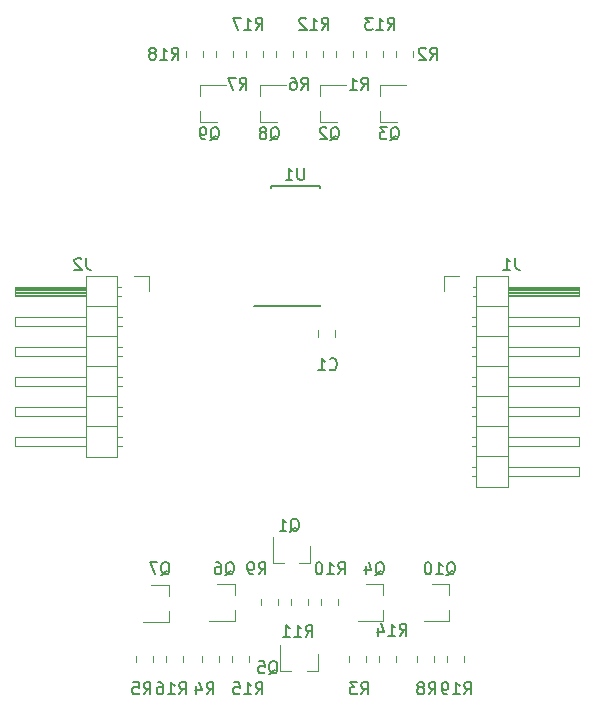
<source format=gbr>
G04 #@! TF.GenerationSoftware,KiCad,Pcbnew,(5.1.0)-1*
G04 #@! TF.CreationDate,2020-01-26T20:33:10+01:00*
G04 #@! TF.ProjectId,Huge7SegDisplay,48756765-3753-4656-9744-6973706c6179,rev?*
G04 #@! TF.SameCoordinates,Original*
G04 #@! TF.FileFunction,Legend,Bot*
G04 #@! TF.FilePolarity,Positive*
%FSLAX46Y46*%
G04 Gerber Fmt 4.6, Leading zero omitted, Abs format (unit mm)*
G04 Created by KiCad (PCBNEW (5.1.0)-1) date 2020-01-26 20:33:10*
%MOMM*%
%LPD*%
G04 APERTURE LIST*
%ADD10C,0.120000*%
%ADD11C,0.150000*%
G04 APERTURE END LIST*
D10*
X88900000Y-90170000D02*
X87630000Y-90170000D01*
X88900000Y-91440000D02*
X88900000Y-90170000D01*
X86587071Y-104520000D02*
X86190000Y-104520000D01*
X86587071Y-103760000D02*
X86190000Y-103760000D01*
X77530000Y-104520000D02*
X83530000Y-104520000D01*
X77530000Y-103760000D02*
X77530000Y-104520000D01*
X83530000Y-103760000D02*
X77530000Y-103760000D01*
X86190000Y-102870000D02*
X83530000Y-102870000D01*
X86587071Y-101980000D02*
X86190000Y-101980000D01*
X86587071Y-101220000D02*
X86190000Y-101220000D01*
X77530000Y-101980000D02*
X83530000Y-101980000D01*
X77530000Y-101220000D02*
X77530000Y-101980000D01*
X83530000Y-101220000D02*
X77530000Y-101220000D01*
X86190000Y-100330000D02*
X83530000Y-100330000D01*
X86587071Y-99440000D02*
X86190000Y-99440000D01*
X86587071Y-98680000D02*
X86190000Y-98680000D01*
X77530000Y-99440000D02*
X83530000Y-99440000D01*
X77530000Y-98680000D02*
X77530000Y-99440000D01*
X83530000Y-98680000D02*
X77530000Y-98680000D01*
X86190000Y-97790000D02*
X83530000Y-97790000D01*
X86587071Y-96900000D02*
X86190000Y-96900000D01*
X86587071Y-96140000D02*
X86190000Y-96140000D01*
X77530000Y-96900000D02*
X83530000Y-96900000D01*
X77530000Y-96140000D02*
X77530000Y-96900000D01*
X83530000Y-96140000D02*
X77530000Y-96140000D01*
X86190000Y-95250000D02*
X83530000Y-95250000D01*
X86587071Y-94360000D02*
X86190000Y-94360000D01*
X86587071Y-93600000D02*
X86190000Y-93600000D01*
X77530000Y-94360000D02*
X83530000Y-94360000D01*
X77530000Y-93600000D02*
X77530000Y-94360000D01*
X83530000Y-93600000D02*
X77530000Y-93600000D01*
X86190000Y-92710000D02*
X83530000Y-92710000D01*
X86520000Y-91820000D02*
X86190000Y-91820000D01*
X86520000Y-91060000D02*
X86190000Y-91060000D01*
X83530000Y-91720000D02*
X77530000Y-91720000D01*
X83530000Y-91600000D02*
X77530000Y-91600000D01*
X83530000Y-91480000D02*
X77530000Y-91480000D01*
X83530000Y-91360000D02*
X77530000Y-91360000D01*
X83530000Y-91240000D02*
X77530000Y-91240000D01*
X83530000Y-91120000D02*
X77530000Y-91120000D01*
X77530000Y-91820000D02*
X83530000Y-91820000D01*
X77530000Y-91060000D02*
X77530000Y-91820000D01*
X83530000Y-91060000D02*
X77530000Y-91060000D01*
X83530000Y-90110000D02*
X86190000Y-90110000D01*
X83530000Y-105470000D02*
X83530000Y-90110000D01*
X86190000Y-105470000D02*
X83530000Y-105470000D01*
X86190000Y-90110000D02*
X86190000Y-105470000D01*
X116610000Y-90110000D02*
X116610000Y-108010000D01*
X116610000Y-108010000D02*
X119270000Y-108010000D01*
X119270000Y-108010000D02*
X119270000Y-90110000D01*
X119270000Y-90110000D02*
X116610000Y-90110000D01*
X119270000Y-91060000D02*
X125270000Y-91060000D01*
X125270000Y-91060000D02*
X125270000Y-91820000D01*
X125270000Y-91820000D02*
X119270000Y-91820000D01*
X119270000Y-91120000D02*
X125270000Y-91120000D01*
X119270000Y-91240000D02*
X125270000Y-91240000D01*
X119270000Y-91360000D02*
X125270000Y-91360000D01*
X119270000Y-91480000D02*
X125270000Y-91480000D01*
X119270000Y-91600000D02*
X125270000Y-91600000D01*
X119270000Y-91720000D02*
X125270000Y-91720000D01*
X116280000Y-91060000D02*
X116610000Y-91060000D01*
X116280000Y-91820000D02*
X116610000Y-91820000D01*
X116610000Y-92710000D02*
X119270000Y-92710000D01*
X119270000Y-93600000D02*
X125270000Y-93600000D01*
X125270000Y-93600000D02*
X125270000Y-94360000D01*
X125270000Y-94360000D02*
X119270000Y-94360000D01*
X116212929Y-93600000D02*
X116610000Y-93600000D01*
X116212929Y-94360000D02*
X116610000Y-94360000D01*
X116610000Y-95250000D02*
X119270000Y-95250000D01*
X119270000Y-96140000D02*
X125270000Y-96140000D01*
X125270000Y-96140000D02*
X125270000Y-96900000D01*
X125270000Y-96900000D02*
X119270000Y-96900000D01*
X116212929Y-96140000D02*
X116610000Y-96140000D01*
X116212929Y-96900000D02*
X116610000Y-96900000D01*
X116610000Y-97790000D02*
X119270000Y-97790000D01*
X119270000Y-98680000D02*
X125270000Y-98680000D01*
X125270000Y-98680000D02*
X125270000Y-99440000D01*
X125270000Y-99440000D02*
X119270000Y-99440000D01*
X116212929Y-98680000D02*
X116610000Y-98680000D01*
X116212929Y-99440000D02*
X116610000Y-99440000D01*
X116610000Y-100330000D02*
X119270000Y-100330000D01*
X119270000Y-101220000D02*
X125270000Y-101220000D01*
X125270000Y-101220000D02*
X125270000Y-101980000D01*
X125270000Y-101980000D02*
X119270000Y-101980000D01*
X116212929Y-101220000D02*
X116610000Y-101220000D01*
X116212929Y-101980000D02*
X116610000Y-101980000D01*
X116610000Y-102870000D02*
X119270000Y-102870000D01*
X119270000Y-103760000D02*
X125270000Y-103760000D01*
X125270000Y-103760000D02*
X125270000Y-104520000D01*
X125270000Y-104520000D02*
X119270000Y-104520000D01*
X116212929Y-103760000D02*
X116610000Y-103760000D01*
X116212929Y-104520000D02*
X116610000Y-104520000D01*
X116610000Y-105410000D02*
X119270000Y-105410000D01*
X119270000Y-106300000D02*
X125270000Y-106300000D01*
X125270000Y-106300000D02*
X125270000Y-107060000D01*
X125270000Y-107060000D02*
X119270000Y-107060000D01*
X116212929Y-106300000D02*
X116610000Y-106300000D01*
X116212929Y-107060000D02*
X116610000Y-107060000D01*
X113900000Y-91440000D02*
X113900000Y-90170000D01*
X113900000Y-90170000D02*
X115170000Y-90170000D01*
X97080000Y-71626252D02*
X97080000Y-71103748D01*
X98500000Y-71626252D02*
X98500000Y-71103748D01*
D11*
X99195000Y-92680000D02*
X97820000Y-92680000D01*
X99195000Y-82555000D02*
X103345000Y-82555000D01*
X99195000Y-92705000D02*
X103345000Y-92705000D01*
X99195000Y-82555000D02*
X99195000Y-82660000D01*
X103345000Y-82555000D02*
X103345000Y-82660000D01*
X103345000Y-92705000D02*
X103345000Y-92600000D01*
X99195000Y-92705000D02*
X99195000Y-92680000D01*
D10*
X115518000Y-122293748D02*
X115518000Y-122816252D01*
X114098000Y-122293748D02*
X114098000Y-122816252D01*
X92000000Y-71626252D02*
X92000000Y-71103748D01*
X93420000Y-71626252D02*
X93420000Y-71103748D01*
X91769000Y-122293748D02*
X91769000Y-122816252D01*
X90349000Y-122293748D02*
X90349000Y-122816252D01*
X97357000Y-122293748D02*
X97357000Y-122816252D01*
X95937000Y-122293748D02*
X95937000Y-122816252D01*
X109803000Y-122293748D02*
X109803000Y-122816252D01*
X108383000Y-122293748D02*
X108383000Y-122816252D01*
X107240000Y-71626252D02*
X107240000Y-71103748D01*
X108660000Y-71626252D02*
X108660000Y-71103748D01*
X102160000Y-71626252D02*
X102160000Y-71103748D01*
X103580000Y-71626252D02*
X103580000Y-71103748D01*
X100890000Y-117981252D02*
X100890000Y-117458748D01*
X102310000Y-117981252D02*
X102310000Y-117458748D01*
X103430000Y-117981252D02*
X103430000Y-117458748D01*
X104850000Y-117981252D02*
X104850000Y-117458748D01*
X99770000Y-117458748D02*
X99770000Y-117981252D01*
X98350000Y-117458748D02*
X98350000Y-117981252D01*
X112978000Y-122293748D02*
X112978000Y-122816252D01*
X111558000Y-122293748D02*
X111558000Y-122816252D01*
X94540000Y-71626252D02*
X94540000Y-71103748D01*
X95960000Y-71626252D02*
X95960000Y-71103748D01*
X99620000Y-71626252D02*
X99620000Y-71103748D01*
X101040000Y-71626252D02*
X101040000Y-71103748D01*
X89229000Y-122293748D02*
X89229000Y-122816252D01*
X87809000Y-122293748D02*
X87809000Y-122816252D01*
X94817000Y-122293748D02*
X94817000Y-122816252D01*
X93397000Y-122293748D02*
X93397000Y-122816252D01*
X107263000Y-122293748D02*
X107263000Y-122816252D01*
X105843000Y-122293748D02*
X105843000Y-122816252D01*
X109780000Y-71626252D02*
X109780000Y-71103748D01*
X111200000Y-71626252D02*
X111200000Y-71103748D01*
X106120000Y-71626252D02*
X106120000Y-71103748D01*
X104700000Y-71626252D02*
X104700000Y-71103748D01*
X114298000Y-116215000D02*
X112838000Y-116215000D01*
X114298000Y-119375000D02*
X112138000Y-119375000D01*
X114298000Y-119375000D02*
X114298000Y-118445000D01*
X114298000Y-116215000D02*
X114298000Y-117145000D01*
X93220000Y-77145000D02*
X94680000Y-77145000D01*
X93220000Y-73985000D02*
X95380000Y-73985000D01*
X93220000Y-73985000D02*
X93220000Y-74915000D01*
X93220000Y-77145000D02*
X93220000Y-76215000D01*
X98300000Y-77145000D02*
X99760000Y-77145000D01*
X98300000Y-73985000D02*
X100460000Y-73985000D01*
X98300000Y-73985000D02*
X98300000Y-74915000D01*
X98300000Y-77145000D02*
X98300000Y-76215000D01*
X90549000Y-116276000D02*
X89089000Y-116276000D01*
X90549000Y-119436000D02*
X88389000Y-119436000D01*
X90549000Y-119436000D02*
X90549000Y-118506000D01*
X90549000Y-116276000D02*
X90549000Y-117206000D01*
X96137000Y-116215000D02*
X94677000Y-116215000D01*
X96137000Y-119375000D02*
X93977000Y-119375000D01*
X96137000Y-119375000D02*
X96137000Y-118445000D01*
X96137000Y-116215000D02*
X96137000Y-117145000D01*
X103180000Y-123585000D02*
X103180000Y-122125000D01*
X100020000Y-123585000D02*
X100020000Y-121425000D01*
X100020000Y-123585000D02*
X100950000Y-123585000D01*
X103180000Y-123585000D02*
X102250000Y-123585000D01*
X108710000Y-116215000D02*
X107250000Y-116215000D01*
X108710000Y-119375000D02*
X106550000Y-119375000D01*
X108710000Y-119375000D02*
X108710000Y-118445000D01*
X108710000Y-116215000D02*
X108710000Y-117145000D01*
X108460000Y-77145000D02*
X109920000Y-77145000D01*
X108460000Y-73985000D02*
X110620000Y-73985000D01*
X108460000Y-73985000D02*
X108460000Y-74915000D01*
X108460000Y-77145000D02*
X108460000Y-76215000D01*
X103380000Y-77145000D02*
X104840000Y-77145000D01*
X103380000Y-73985000D02*
X105540000Y-73985000D01*
X103380000Y-73985000D02*
X103380000Y-74915000D01*
X103380000Y-77145000D02*
X103380000Y-76215000D01*
X102545000Y-114425000D02*
X102545000Y-112965000D01*
X99385000Y-114425000D02*
X99385000Y-112265000D01*
X99385000Y-114425000D02*
X100315000Y-114425000D01*
X102545000Y-114425000D02*
X101615000Y-114425000D01*
X103230000Y-94743748D02*
X103230000Y-95266252D01*
X104650000Y-94743748D02*
X104650000Y-95266252D01*
D11*
X83578333Y-88622380D02*
X83578333Y-89336666D01*
X83625952Y-89479523D01*
X83721190Y-89574761D01*
X83864047Y-89622380D01*
X83959285Y-89622380D01*
X83149761Y-88717619D02*
X83102142Y-88670000D01*
X83006904Y-88622380D01*
X82768809Y-88622380D01*
X82673571Y-88670000D01*
X82625952Y-88717619D01*
X82578333Y-88812857D01*
X82578333Y-88908095D01*
X82625952Y-89050952D01*
X83197380Y-89622380D01*
X82578333Y-89622380D01*
X119888333Y-88622380D02*
X119888333Y-89336666D01*
X119935952Y-89479523D01*
X120031190Y-89574761D01*
X120174047Y-89622380D01*
X120269285Y-89622380D01*
X118888333Y-89622380D02*
X119459761Y-89622380D01*
X119174047Y-89622380D02*
X119174047Y-88622380D01*
X119269285Y-88765238D01*
X119364523Y-88860476D01*
X119459761Y-88908095D01*
X97924857Y-69286380D02*
X98258190Y-68810190D01*
X98496285Y-69286380D02*
X98496285Y-68286380D01*
X98115333Y-68286380D01*
X98020095Y-68334000D01*
X97972476Y-68381619D01*
X97924857Y-68476857D01*
X97924857Y-68619714D01*
X97972476Y-68714952D01*
X98020095Y-68762571D01*
X98115333Y-68810190D01*
X98496285Y-68810190D01*
X96972476Y-69286380D02*
X97543904Y-69286380D01*
X97258190Y-69286380D02*
X97258190Y-68286380D01*
X97353428Y-68429238D01*
X97448666Y-68524476D01*
X97543904Y-68572095D01*
X96639142Y-68286380D02*
X95972476Y-68286380D01*
X96401047Y-69286380D01*
X102031904Y-80986380D02*
X102031904Y-81795904D01*
X101984285Y-81891142D01*
X101936666Y-81938761D01*
X101841428Y-81986380D01*
X101650952Y-81986380D01*
X101555714Y-81938761D01*
X101508095Y-81891142D01*
X101460476Y-81795904D01*
X101460476Y-80986380D01*
X100460476Y-81986380D02*
X101031904Y-81986380D01*
X100746190Y-81986380D02*
X100746190Y-80986380D01*
X100841428Y-81129238D01*
X100936666Y-81224476D01*
X101031904Y-81272095D01*
X115577857Y-125547380D02*
X115911190Y-125071190D01*
X116149285Y-125547380D02*
X116149285Y-124547380D01*
X115768333Y-124547380D01*
X115673095Y-124595000D01*
X115625476Y-124642619D01*
X115577857Y-124737857D01*
X115577857Y-124880714D01*
X115625476Y-124975952D01*
X115673095Y-125023571D01*
X115768333Y-125071190D01*
X116149285Y-125071190D01*
X114625476Y-125547380D02*
X115196904Y-125547380D01*
X114911190Y-125547380D02*
X114911190Y-124547380D01*
X115006428Y-124690238D01*
X115101666Y-124785476D01*
X115196904Y-124833095D01*
X114149285Y-125547380D02*
X113958809Y-125547380D01*
X113863571Y-125499761D01*
X113815952Y-125452142D01*
X113720714Y-125309285D01*
X113673095Y-125118809D01*
X113673095Y-124737857D01*
X113720714Y-124642619D01*
X113768333Y-124595000D01*
X113863571Y-124547380D01*
X114054047Y-124547380D01*
X114149285Y-124595000D01*
X114196904Y-124642619D01*
X114244523Y-124737857D01*
X114244523Y-124975952D01*
X114196904Y-125071190D01*
X114149285Y-125118809D01*
X114054047Y-125166428D01*
X113863571Y-125166428D01*
X113768333Y-125118809D01*
X113720714Y-125071190D01*
X113673095Y-124975952D01*
X90812857Y-71826380D02*
X91146190Y-71350190D01*
X91384285Y-71826380D02*
X91384285Y-70826380D01*
X91003333Y-70826380D01*
X90908095Y-70874000D01*
X90860476Y-70921619D01*
X90812857Y-71016857D01*
X90812857Y-71159714D01*
X90860476Y-71254952D01*
X90908095Y-71302571D01*
X91003333Y-71350190D01*
X91384285Y-71350190D01*
X89860476Y-71826380D02*
X90431904Y-71826380D01*
X90146190Y-71826380D02*
X90146190Y-70826380D01*
X90241428Y-70969238D01*
X90336666Y-71064476D01*
X90431904Y-71112095D01*
X89289047Y-71254952D02*
X89384285Y-71207333D01*
X89431904Y-71159714D01*
X89479523Y-71064476D01*
X89479523Y-71016857D01*
X89431904Y-70921619D01*
X89384285Y-70874000D01*
X89289047Y-70826380D01*
X89098571Y-70826380D01*
X89003333Y-70874000D01*
X88955714Y-70921619D01*
X88908095Y-71016857D01*
X88908095Y-71064476D01*
X88955714Y-71159714D01*
X89003333Y-71207333D01*
X89098571Y-71254952D01*
X89289047Y-71254952D01*
X89384285Y-71302571D01*
X89431904Y-71350190D01*
X89479523Y-71445428D01*
X89479523Y-71635904D01*
X89431904Y-71731142D01*
X89384285Y-71778761D01*
X89289047Y-71826380D01*
X89098571Y-71826380D01*
X89003333Y-71778761D01*
X88955714Y-71731142D01*
X88908095Y-71635904D01*
X88908095Y-71445428D01*
X88955714Y-71350190D01*
X89003333Y-71302571D01*
X89098571Y-71254952D01*
X91447857Y-125547380D02*
X91781190Y-125071190D01*
X92019285Y-125547380D02*
X92019285Y-124547380D01*
X91638333Y-124547380D01*
X91543095Y-124595000D01*
X91495476Y-124642619D01*
X91447857Y-124737857D01*
X91447857Y-124880714D01*
X91495476Y-124975952D01*
X91543095Y-125023571D01*
X91638333Y-125071190D01*
X92019285Y-125071190D01*
X90495476Y-125547380D02*
X91066904Y-125547380D01*
X90781190Y-125547380D02*
X90781190Y-124547380D01*
X90876428Y-124690238D01*
X90971666Y-124785476D01*
X91066904Y-124833095D01*
X89638333Y-124547380D02*
X89828809Y-124547380D01*
X89924047Y-124595000D01*
X89971666Y-124642619D01*
X90066904Y-124785476D01*
X90114523Y-124975952D01*
X90114523Y-125356904D01*
X90066904Y-125452142D01*
X90019285Y-125499761D01*
X89924047Y-125547380D01*
X89733571Y-125547380D01*
X89638333Y-125499761D01*
X89590714Y-125452142D01*
X89543095Y-125356904D01*
X89543095Y-125118809D01*
X89590714Y-125023571D01*
X89638333Y-124975952D01*
X89733571Y-124928333D01*
X89924047Y-124928333D01*
X90019285Y-124975952D01*
X90066904Y-125023571D01*
X90114523Y-125118809D01*
X97924857Y-125547380D02*
X98258190Y-125071190D01*
X98496285Y-125547380D02*
X98496285Y-124547380D01*
X98115333Y-124547380D01*
X98020095Y-124595000D01*
X97972476Y-124642619D01*
X97924857Y-124737857D01*
X97924857Y-124880714D01*
X97972476Y-124975952D01*
X98020095Y-125023571D01*
X98115333Y-125071190D01*
X98496285Y-125071190D01*
X96972476Y-125547380D02*
X97543904Y-125547380D01*
X97258190Y-125547380D02*
X97258190Y-124547380D01*
X97353428Y-124690238D01*
X97448666Y-124785476D01*
X97543904Y-124833095D01*
X96067714Y-124547380D02*
X96543904Y-124547380D01*
X96591523Y-125023571D01*
X96543904Y-124975952D01*
X96448666Y-124928333D01*
X96210571Y-124928333D01*
X96115333Y-124975952D01*
X96067714Y-125023571D01*
X96020095Y-125118809D01*
X96020095Y-125356904D01*
X96067714Y-125452142D01*
X96115333Y-125499761D01*
X96210571Y-125547380D01*
X96448666Y-125547380D01*
X96543904Y-125499761D01*
X96591523Y-125452142D01*
X110116857Y-120594380D02*
X110450190Y-120118190D01*
X110688285Y-120594380D02*
X110688285Y-119594380D01*
X110307333Y-119594380D01*
X110212095Y-119642000D01*
X110164476Y-119689619D01*
X110116857Y-119784857D01*
X110116857Y-119927714D01*
X110164476Y-120022952D01*
X110212095Y-120070571D01*
X110307333Y-120118190D01*
X110688285Y-120118190D01*
X109164476Y-120594380D02*
X109735904Y-120594380D01*
X109450190Y-120594380D02*
X109450190Y-119594380D01*
X109545428Y-119737238D01*
X109640666Y-119832476D01*
X109735904Y-119880095D01*
X108307333Y-119927714D02*
X108307333Y-120594380D01*
X108545428Y-119546761D02*
X108783523Y-120261047D01*
X108164476Y-120261047D01*
X109100857Y-69286380D02*
X109434190Y-68810190D01*
X109672285Y-69286380D02*
X109672285Y-68286380D01*
X109291333Y-68286380D01*
X109196095Y-68334000D01*
X109148476Y-68381619D01*
X109100857Y-68476857D01*
X109100857Y-68619714D01*
X109148476Y-68714952D01*
X109196095Y-68762571D01*
X109291333Y-68810190D01*
X109672285Y-68810190D01*
X108148476Y-69286380D02*
X108719904Y-69286380D01*
X108434190Y-69286380D02*
X108434190Y-68286380D01*
X108529428Y-68429238D01*
X108624666Y-68524476D01*
X108719904Y-68572095D01*
X107815142Y-68286380D02*
X107196095Y-68286380D01*
X107529428Y-68667333D01*
X107386571Y-68667333D01*
X107291333Y-68714952D01*
X107243714Y-68762571D01*
X107196095Y-68857809D01*
X107196095Y-69095904D01*
X107243714Y-69191142D01*
X107291333Y-69238761D01*
X107386571Y-69286380D01*
X107672285Y-69286380D01*
X107767523Y-69238761D01*
X107815142Y-69191142D01*
X103512857Y-69286380D02*
X103846190Y-68810190D01*
X104084285Y-69286380D02*
X104084285Y-68286380D01*
X103703333Y-68286380D01*
X103608095Y-68334000D01*
X103560476Y-68381619D01*
X103512857Y-68476857D01*
X103512857Y-68619714D01*
X103560476Y-68714952D01*
X103608095Y-68762571D01*
X103703333Y-68810190D01*
X104084285Y-68810190D01*
X102560476Y-69286380D02*
X103131904Y-69286380D01*
X102846190Y-69286380D02*
X102846190Y-68286380D01*
X102941428Y-68429238D01*
X103036666Y-68524476D01*
X103131904Y-68572095D01*
X102179523Y-68381619D02*
X102131904Y-68334000D01*
X102036666Y-68286380D01*
X101798571Y-68286380D01*
X101703333Y-68334000D01*
X101655714Y-68381619D01*
X101608095Y-68476857D01*
X101608095Y-68572095D01*
X101655714Y-68714952D01*
X102227142Y-69286380D01*
X101608095Y-69286380D01*
X102142857Y-120702380D02*
X102476190Y-120226190D01*
X102714285Y-120702380D02*
X102714285Y-119702380D01*
X102333333Y-119702380D01*
X102238095Y-119750000D01*
X102190476Y-119797619D01*
X102142857Y-119892857D01*
X102142857Y-120035714D01*
X102190476Y-120130952D01*
X102238095Y-120178571D01*
X102333333Y-120226190D01*
X102714285Y-120226190D01*
X101190476Y-120702380D02*
X101761904Y-120702380D01*
X101476190Y-120702380D02*
X101476190Y-119702380D01*
X101571428Y-119845238D01*
X101666666Y-119940476D01*
X101761904Y-119988095D01*
X100238095Y-120702380D02*
X100809523Y-120702380D01*
X100523809Y-120702380D02*
X100523809Y-119702380D01*
X100619047Y-119845238D01*
X100714285Y-119940476D01*
X100809523Y-119988095D01*
X104892857Y-115387380D02*
X105226190Y-114911190D01*
X105464285Y-115387380D02*
X105464285Y-114387380D01*
X105083333Y-114387380D01*
X104988095Y-114435000D01*
X104940476Y-114482619D01*
X104892857Y-114577857D01*
X104892857Y-114720714D01*
X104940476Y-114815952D01*
X104988095Y-114863571D01*
X105083333Y-114911190D01*
X105464285Y-114911190D01*
X103940476Y-115387380D02*
X104511904Y-115387380D01*
X104226190Y-115387380D02*
X104226190Y-114387380D01*
X104321428Y-114530238D01*
X104416666Y-114625476D01*
X104511904Y-114673095D01*
X103321428Y-114387380D02*
X103226190Y-114387380D01*
X103130952Y-114435000D01*
X103083333Y-114482619D01*
X103035714Y-114577857D01*
X102988095Y-114768333D01*
X102988095Y-115006428D01*
X103035714Y-115196904D01*
X103083333Y-115292142D01*
X103130952Y-115339761D01*
X103226190Y-115387380D01*
X103321428Y-115387380D01*
X103416666Y-115339761D01*
X103464285Y-115292142D01*
X103511904Y-115196904D01*
X103559523Y-115006428D01*
X103559523Y-114768333D01*
X103511904Y-114577857D01*
X103464285Y-114482619D01*
X103416666Y-114435000D01*
X103321428Y-114387380D01*
X98166666Y-115387380D02*
X98500000Y-114911190D01*
X98738095Y-115387380D02*
X98738095Y-114387380D01*
X98357142Y-114387380D01*
X98261904Y-114435000D01*
X98214285Y-114482619D01*
X98166666Y-114577857D01*
X98166666Y-114720714D01*
X98214285Y-114815952D01*
X98261904Y-114863571D01*
X98357142Y-114911190D01*
X98738095Y-114911190D01*
X97690476Y-115387380D02*
X97500000Y-115387380D01*
X97404761Y-115339761D01*
X97357142Y-115292142D01*
X97261904Y-115149285D01*
X97214285Y-114958809D01*
X97214285Y-114577857D01*
X97261904Y-114482619D01*
X97309523Y-114435000D01*
X97404761Y-114387380D01*
X97595238Y-114387380D01*
X97690476Y-114435000D01*
X97738095Y-114482619D01*
X97785714Y-114577857D01*
X97785714Y-114815952D01*
X97738095Y-114911190D01*
X97690476Y-114958809D01*
X97595238Y-115006428D01*
X97404761Y-115006428D01*
X97309523Y-114958809D01*
X97261904Y-114911190D01*
X97214285Y-114815952D01*
X112561666Y-125547380D02*
X112895000Y-125071190D01*
X113133095Y-125547380D02*
X113133095Y-124547380D01*
X112752142Y-124547380D01*
X112656904Y-124595000D01*
X112609285Y-124642619D01*
X112561666Y-124737857D01*
X112561666Y-124880714D01*
X112609285Y-124975952D01*
X112656904Y-125023571D01*
X112752142Y-125071190D01*
X113133095Y-125071190D01*
X111990238Y-124975952D02*
X112085476Y-124928333D01*
X112133095Y-124880714D01*
X112180714Y-124785476D01*
X112180714Y-124737857D01*
X112133095Y-124642619D01*
X112085476Y-124595000D01*
X111990238Y-124547380D01*
X111799761Y-124547380D01*
X111704523Y-124595000D01*
X111656904Y-124642619D01*
X111609285Y-124737857D01*
X111609285Y-124785476D01*
X111656904Y-124880714D01*
X111704523Y-124928333D01*
X111799761Y-124975952D01*
X111990238Y-124975952D01*
X112085476Y-125023571D01*
X112133095Y-125071190D01*
X112180714Y-125166428D01*
X112180714Y-125356904D01*
X112133095Y-125452142D01*
X112085476Y-125499761D01*
X111990238Y-125547380D01*
X111799761Y-125547380D01*
X111704523Y-125499761D01*
X111656904Y-125452142D01*
X111609285Y-125356904D01*
X111609285Y-125166428D01*
X111656904Y-125071190D01*
X111704523Y-125023571D01*
X111799761Y-124975952D01*
X96559666Y-74366380D02*
X96893000Y-73890190D01*
X97131095Y-74366380D02*
X97131095Y-73366380D01*
X96750142Y-73366380D01*
X96654904Y-73414000D01*
X96607285Y-73461619D01*
X96559666Y-73556857D01*
X96559666Y-73699714D01*
X96607285Y-73794952D01*
X96654904Y-73842571D01*
X96750142Y-73890190D01*
X97131095Y-73890190D01*
X96226333Y-73366380D02*
X95559666Y-73366380D01*
X95988238Y-74366380D01*
X101766666Y-74366380D02*
X102100000Y-73890190D01*
X102338095Y-74366380D02*
X102338095Y-73366380D01*
X101957142Y-73366380D01*
X101861904Y-73414000D01*
X101814285Y-73461619D01*
X101766666Y-73556857D01*
X101766666Y-73699714D01*
X101814285Y-73794952D01*
X101861904Y-73842571D01*
X101957142Y-73890190D01*
X102338095Y-73890190D01*
X100909523Y-73366380D02*
X101100000Y-73366380D01*
X101195238Y-73414000D01*
X101242857Y-73461619D01*
X101338095Y-73604476D01*
X101385714Y-73794952D01*
X101385714Y-74175904D01*
X101338095Y-74271142D01*
X101290476Y-74318761D01*
X101195238Y-74366380D01*
X101004761Y-74366380D01*
X100909523Y-74318761D01*
X100861904Y-74271142D01*
X100814285Y-74175904D01*
X100814285Y-73937809D01*
X100861904Y-73842571D01*
X100909523Y-73794952D01*
X101004761Y-73747333D01*
X101195238Y-73747333D01*
X101290476Y-73794952D01*
X101338095Y-73842571D01*
X101385714Y-73937809D01*
X88431666Y-125547380D02*
X88765000Y-125071190D01*
X89003095Y-125547380D02*
X89003095Y-124547380D01*
X88622142Y-124547380D01*
X88526904Y-124595000D01*
X88479285Y-124642619D01*
X88431666Y-124737857D01*
X88431666Y-124880714D01*
X88479285Y-124975952D01*
X88526904Y-125023571D01*
X88622142Y-125071190D01*
X89003095Y-125071190D01*
X87526904Y-124547380D02*
X88003095Y-124547380D01*
X88050714Y-125023571D01*
X88003095Y-124975952D01*
X87907857Y-124928333D01*
X87669761Y-124928333D01*
X87574523Y-124975952D01*
X87526904Y-125023571D01*
X87479285Y-125118809D01*
X87479285Y-125356904D01*
X87526904Y-125452142D01*
X87574523Y-125499761D01*
X87669761Y-125547380D01*
X87907857Y-125547380D01*
X88003095Y-125499761D01*
X88050714Y-125452142D01*
X93765666Y-125547380D02*
X94099000Y-125071190D01*
X94337095Y-125547380D02*
X94337095Y-124547380D01*
X93956142Y-124547380D01*
X93860904Y-124595000D01*
X93813285Y-124642619D01*
X93765666Y-124737857D01*
X93765666Y-124880714D01*
X93813285Y-124975952D01*
X93860904Y-125023571D01*
X93956142Y-125071190D01*
X94337095Y-125071190D01*
X92908523Y-124880714D02*
X92908523Y-125547380D01*
X93146619Y-124499761D02*
X93384714Y-125214047D01*
X92765666Y-125214047D01*
X106846666Y-125547380D02*
X107180000Y-125071190D01*
X107418095Y-125547380D02*
X107418095Y-124547380D01*
X107037142Y-124547380D01*
X106941904Y-124595000D01*
X106894285Y-124642619D01*
X106846666Y-124737857D01*
X106846666Y-124880714D01*
X106894285Y-124975952D01*
X106941904Y-125023571D01*
X107037142Y-125071190D01*
X107418095Y-125071190D01*
X106513333Y-124547380D02*
X105894285Y-124547380D01*
X106227619Y-124928333D01*
X106084761Y-124928333D01*
X105989523Y-124975952D01*
X105941904Y-125023571D01*
X105894285Y-125118809D01*
X105894285Y-125356904D01*
X105941904Y-125452142D01*
X105989523Y-125499761D01*
X106084761Y-125547380D01*
X106370476Y-125547380D01*
X106465714Y-125499761D01*
X106513333Y-125452142D01*
X112688666Y-71826380D02*
X113022000Y-71350190D01*
X113260095Y-71826380D02*
X113260095Y-70826380D01*
X112879142Y-70826380D01*
X112783904Y-70874000D01*
X112736285Y-70921619D01*
X112688666Y-71016857D01*
X112688666Y-71159714D01*
X112736285Y-71254952D01*
X112783904Y-71302571D01*
X112879142Y-71350190D01*
X113260095Y-71350190D01*
X112307714Y-70921619D02*
X112260095Y-70874000D01*
X112164857Y-70826380D01*
X111926761Y-70826380D01*
X111831523Y-70874000D01*
X111783904Y-70921619D01*
X111736285Y-71016857D01*
X111736285Y-71112095D01*
X111783904Y-71254952D01*
X112355333Y-71826380D01*
X111736285Y-71826380D01*
X106846666Y-74366380D02*
X107180000Y-73890190D01*
X107418095Y-74366380D02*
X107418095Y-73366380D01*
X107037142Y-73366380D01*
X106941904Y-73414000D01*
X106894285Y-73461619D01*
X106846666Y-73556857D01*
X106846666Y-73699714D01*
X106894285Y-73794952D01*
X106941904Y-73842571D01*
X107037142Y-73890190D01*
X107418095Y-73890190D01*
X105894285Y-74366380D02*
X106465714Y-74366380D01*
X106180000Y-74366380D02*
X106180000Y-73366380D01*
X106275238Y-73509238D01*
X106370476Y-73604476D01*
X106465714Y-73652095D01*
X114071428Y-115482619D02*
X114166666Y-115435000D01*
X114261904Y-115339761D01*
X114404761Y-115196904D01*
X114500000Y-115149285D01*
X114595238Y-115149285D01*
X114547619Y-115387380D02*
X114642857Y-115339761D01*
X114738095Y-115244523D01*
X114785714Y-115054047D01*
X114785714Y-114720714D01*
X114738095Y-114530238D01*
X114642857Y-114435000D01*
X114547619Y-114387380D01*
X114357142Y-114387380D01*
X114261904Y-114435000D01*
X114166666Y-114530238D01*
X114119047Y-114720714D01*
X114119047Y-115054047D01*
X114166666Y-115244523D01*
X114261904Y-115339761D01*
X114357142Y-115387380D01*
X114547619Y-115387380D01*
X113166666Y-115387380D02*
X113738095Y-115387380D01*
X113452380Y-115387380D02*
X113452380Y-114387380D01*
X113547619Y-114530238D01*
X113642857Y-114625476D01*
X113738095Y-114673095D01*
X112547619Y-114387380D02*
X112452380Y-114387380D01*
X112357142Y-114435000D01*
X112309523Y-114482619D01*
X112261904Y-114577857D01*
X112214285Y-114768333D01*
X112214285Y-115006428D01*
X112261904Y-115196904D01*
X112309523Y-115292142D01*
X112357142Y-115339761D01*
X112452380Y-115387380D01*
X112547619Y-115387380D01*
X112642857Y-115339761D01*
X112690476Y-115292142D01*
X112738095Y-115196904D01*
X112785714Y-115006428D01*
X112785714Y-114768333D01*
X112738095Y-114577857D01*
X112690476Y-114482619D01*
X112642857Y-114435000D01*
X112547619Y-114387380D01*
X94075238Y-78652619D02*
X94170476Y-78605000D01*
X94265714Y-78509761D01*
X94408571Y-78366904D01*
X94503809Y-78319285D01*
X94599047Y-78319285D01*
X94551428Y-78557380D02*
X94646666Y-78509761D01*
X94741904Y-78414523D01*
X94789523Y-78224047D01*
X94789523Y-77890714D01*
X94741904Y-77700238D01*
X94646666Y-77605000D01*
X94551428Y-77557380D01*
X94360952Y-77557380D01*
X94265714Y-77605000D01*
X94170476Y-77700238D01*
X94122857Y-77890714D01*
X94122857Y-78224047D01*
X94170476Y-78414523D01*
X94265714Y-78509761D01*
X94360952Y-78557380D01*
X94551428Y-78557380D01*
X93646666Y-78557380D02*
X93456190Y-78557380D01*
X93360952Y-78509761D01*
X93313333Y-78462142D01*
X93218095Y-78319285D01*
X93170476Y-78128809D01*
X93170476Y-77747857D01*
X93218095Y-77652619D01*
X93265714Y-77605000D01*
X93360952Y-77557380D01*
X93551428Y-77557380D01*
X93646666Y-77605000D01*
X93694285Y-77652619D01*
X93741904Y-77747857D01*
X93741904Y-77985952D01*
X93694285Y-78081190D01*
X93646666Y-78128809D01*
X93551428Y-78176428D01*
X93360952Y-78176428D01*
X93265714Y-78128809D01*
X93218095Y-78081190D01*
X93170476Y-77985952D01*
X99155238Y-78652619D02*
X99250476Y-78605000D01*
X99345714Y-78509761D01*
X99488571Y-78366904D01*
X99583809Y-78319285D01*
X99679047Y-78319285D01*
X99631428Y-78557380D02*
X99726666Y-78509761D01*
X99821904Y-78414523D01*
X99869523Y-78224047D01*
X99869523Y-77890714D01*
X99821904Y-77700238D01*
X99726666Y-77605000D01*
X99631428Y-77557380D01*
X99440952Y-77557380D01*
X99345714Y-77605000D01*
X99250476Y-77700238D01*
X99202857Y-77890714D01*
X99202857Y-78224047D01*
X99250476Y-78414523D01*
X99345714Y-78509761D01*
X99440952Y-78557380D01*
X99631428Y-78557380D01*
X98631428Y-77985952D02*
X98726666Y-77938333D01*
X98774285Y-77890714D01*
X98821904Y-77795476D01*
X98821904Y-77747857D01*
X98774285Y-77652619D01*
X98726666Y-77605000D01*
X98631428Y-77557380D01*
X98440952Y-77557380D01*
X98345714Y-77605000D01*
X98298095Y-77652619D01*
X98250476Y-77747857D01*
X98250476Y-77795476D01*
X98298095Y-77890714D01*
X98345714Y-77938333D01*
X98440952Y-77985952D01*
X98631428Y-77985952D01*
X98726666Y-78033571D01*
X98774285Y-78081190D01*
X98821904Y-78176428D01*
X98821904Y-78366904D01*
X98774285Y-78462142D01*
X98726666Y-78509761D01*
X98631428Y-78557380D01*
X98440952Y-78557380D01*
X98345714Y-78509761D01*
X98298095Y-78462142D01*
X98250476Y-78366904D01*
X98250476Y-78176428D01*
X98298095Y-78081190D01*
X98345714Y-78033571D01*
X98440952Y-77985952D01*
X89884238Y-115482619D02*
X89979476Y-115435000D01*
X90074714Y-115339761D01*
X90217571Y-115196904D01*
X90312809Y-115149285D01*
X90408047Y-115149285D01*
X90360428Y-115387380D02*
X90455666Y-115339761D01*
X90550904Y-115244523D01*
X90598523Y-115054047D01*
X90598523Y-114720714D01*
X90550904Y-114530238D01*
X90455666Y-114435000D01*
X90360428Y-114387380D01*
X90169952Y-114387380D01*
X90074714Y-114435000D01*
X89979476Y-114530238D01*
X89931857Y-114720714D01*
X89931857Y-115054047D01*
X89979476Y-115244523D01*
X90074714Y-115339761D01*
X90169952Y-115387380D01*
X90360428Y-115387380D01*
X89598523Y-114387380D02*
X88931857Y-114387380D01*
X89360428Y-115387380D01*
X95345238Y-115482619D02*
X95440476Y-115435000D01*
X95535714Y-115339761D01*
X95678571Y-115196904D01*
X95773809Y-115149285D01*
X95869047Y-115149285D01*
X95821428Y-115387380D02*
X95916666Y-115339761D01*
X96011904Y-115244523D01*
X96059523Y-115054047D01*
X96059523Y-114720714D01*
X96011904Y-114530238D01*
X95916666Y-114435000D01*
X95821428Y-114387380D01*
X95630952Y-114387380D01*
X95535714Y-114435000D01*
X95440476Y-114530238D01*
X95392857Y-114720714D01*
X95392857Y-115054047D01*
X95440476Y-115244523D01*
X95535714Y-115339761D01*
X95630952Y-115387380D01*
X95821428Y-115387380D01*
X94535714Y-114387380D02*
X94726190Y-114387380D01*
X94821428Y-114435000D01*
X94869047Y-114482619D01*
X94964285Y-114625476D01*
X95011904Y-114815952D01*
X95011904Y-115196904D01*
X94964285Y-115292142D01*
X94916666Y-115339761D01*
X94821428Y-115387380D01*
X94630952Y-115387380D01*
X94535714Y-115339761D01*
X94488095Y-115292142D01*
X94440476Y-115196904D01*
X94440476Y-114958809D01*
X94488095Y-114863571D01*
X94535714Y-114815952D01*
X94630952Y-114768333D01*
X94821428Y-114768333D01*
X94916666Y-114815952D01*
X94964285Y-114863571D01*
X95011904Y-114958809D01*
X99028238Y-123864619D02*
X99123476Y-123817000D01*
X99218714Y-123721761D01*
X99361571Y-123578904D01*
X99456809Y-123531285D01*
X99552047Y-123531285D01*
X99504428Y-123769380D02*
X99599666Y-123721761D01*
X99694904Y-123626523D01*
X99742523Y-123436047D01*
X99742523Y-123102714D01*
X99694904Y-122912238D01*
X99599666Y-122817000D01*
X99504428Y-122769380D01*
X99313952Y-122769380D01*
X99218714Y-122817000D01*
X99123476Y-122912238D01*
X99075857Y-123102714D01*
X99075857Y-123436047D01*
X99123476Y-123626523D01*
X99218714Y-123721761D01*
X99313952Y-123769380D01*
X99504428Y-123769380D01*
X98171095Y-122769380D02*
X98647285Y-122769380D01*
X98694904Y-123245571D01*
X98647285Y-123197952D01*
X98552047Y-123150333D01*
X98313952Y-123150333D01*
X98218714Y-123197952D01*
X98171095Y-123245571D01*
X98123476Y-123340809D01*
X98123476Y-123578904D01*
X98171095Y-123674142D01*
X98218714Y-123721761D01*
X98313952Y-123769380D01*
X98552047Y-123769380D01*
X98647285Y-123721761D01*
X98694904Y-123674142D01*
X108045238Y-115482619D02*
X108140476Y-115435000D01*
X108235714Y-115339761D01*
X108378571Y-115196904D01*
X108473809Y-115149285D01*
X108569047Y-115149285D01*
X108521428Y-115387380D02*
X108616666Y-115339761D01*
X108711904Y-115244523D01*
X108759523Y-115054047D01*
X108759523Y-114720714D01*
X108711904Y-114530238D01*
X108616666Y-114435000D01*
X108521428Y-114387380D01*
X108330952Y-114387380D01*
X108235714Y-114435000D01*
X108140476Y-114530238D01*
X108092857Y-114720714D01*
X108092857Y-115054047D01*
X108140476Y-115244523D01*
X108235714Y-115339761D01*
X108330952Y-115387380D01*
X108521428Y-115387380D01*
X107235714Y-114720714D02*
X107235714Y-115387380D01*
X107473809Y-114339761D02*
X107711904Y-115054047D01*
X107092857Y-115054047D01*
X109315238Y-78652619D02*
X109410476Y-78605000D01*
X109505714Y-78509761D01*
X109648571Y-78366904D01*
X109743809Y-78319285D01*
X109839047Y-78319285D01*
X109791428Y-78557380D02*
X109886666Y-78509761D01*
X109981904Y-78414523D01*
X110029523Y-78224047D01*
X110029523Y-77890714D01*
X109981904Y-77700238D01*
X109886666Y-77605000D01*
X109791428Y-77557380D01*
X109600952Y-77557380D01*
X109505714Y-77605000D01*
X109410476Y-77700238D01*
X109362857Y-77890714D01*
X109362857Y-78224047D01*
X109410476Y-78414523D01*
X109505714Y-78509761D01*
X109600952Y-78557380D01*
X109791428Y-78557380D01*
X109029523Y-77557380D02*
X108410476Y-77557380D01*
X108743809Y-77938333D01*
X108600952Y-77938333D01*
X108505714Y-77985952D01*
X108458095Y-78033571D01*
X108410476Y-78128809D01*
X108410476Y-78366904D01*
X108458095Y-78462142D01*
X108505714Y-78509761D01*
X108600952Y-78557380D01*
X108886666Y-78557380D01*
X108981904Y-78509761D01*
X109029523Y-78462142D01*
X104235238Y-78652619D02*
X104330476Y-78605000D01*
X104425714Y-78509761D01*
X104568571Y-78366904D01*
X104663809Y-78319285D01*
X104759047Y-78319285D01*
X104711428Y-78557380D02*
X104806666Y-78509761D01*
X104901904Y-78414523D01*
X104949523Y-78224047D01*
X104949523Y-77890714D01*
X104901904Y-77700238D01*
X104806666Y-77605000D01*
X104711428Y-77557380D01*
X104520952Y-77557380D01*
X104425714Y-77605000D01*
X104330476Y-77700238D01*
X104282857Y-77890714D01*
X104282857Y-78224047D01*
X104330476Y-78414523D01*
X104425714Y-78509761D01*
X104520952Y-78557380D01*
X104711428Y-78557380D01*
X103901904Y-77652619D02*
X103854285Y-77605000D01*
X103759047Y-77557380D01*
X103520952Y-77557380D01*
X103425714Y-77605000D01*
X103378095Y-77652619D01*
X103330476Y-77747857D01*
X103330476Y-77843095D01*
X103378095Y-77985952D01*
X103949523Y-78557380D01*
X103330476Y-78557380D01*
X100845238Y-111797619D02*
X100940476Y-111750000D01*
X101035714Y-111654761D01*
X101178571Y-111511904D01*
X101273809Y-111464285D01*
X101369047Y-111464285D01*
X101321428Y-111702380D02*
X101416666Y-111654761D01*
X101511904Y-111559523D01*
X101559523Y-111369047D01*
X101559523Y-111035714D01*
X101511904Y-110845238D01*
X101416666Y-110750000D01*
X101321428Y-110702380D01*
X101130952Y-110702380D01*
X101035714Y-110750000D01*
X100940476Y-110845238D01*
X100892857Y-111035714D01*
X100892857Y-111369047D01*
X100940476Y-111559523D01*
X101035714Y-111654761D01*
X101130952Y-111702380D01*
X101321428Y-111702380D01*
X99940476Y-111702380D02*
X100511904Y-111702380D01*
X100226190Y-111702380D02*
X100226190Y-110702380D01*
X100321428Y-110845238D01*
X100416666Y-110940476D01*
X100511904Y-110988095D01*
X104179666Y-98020142D02*
X104227285Y-98067761D01*
X104370142Y-98115380D01*
X104465380Y-98115380D01*
X104608238Y-98067761D01*
X104703476Y-97972523D01*
X104751095Y-97877285D01*
X104798714Y-97686809D01*
X104798714Y-97543952D01*
X104751095Y-97353476D01*
X104703476Y-97258238D01*
X104608238Y-97163000D01*
X104465380Y-97115380D01*
X104370142Y-97115380D01*
X104227285Y-97163000D01*
X104179666Y-97210619D01*
X103227285Y-98115380D02*
X103798714Y-98115380D01*
X103513000Y-98115380D02*
X103513000Y-97115380D01*
X103608238Y-97258238D01*
X103703476Y-97353476D01*
X103798714Y-97401095D01*
M02*

</source>
